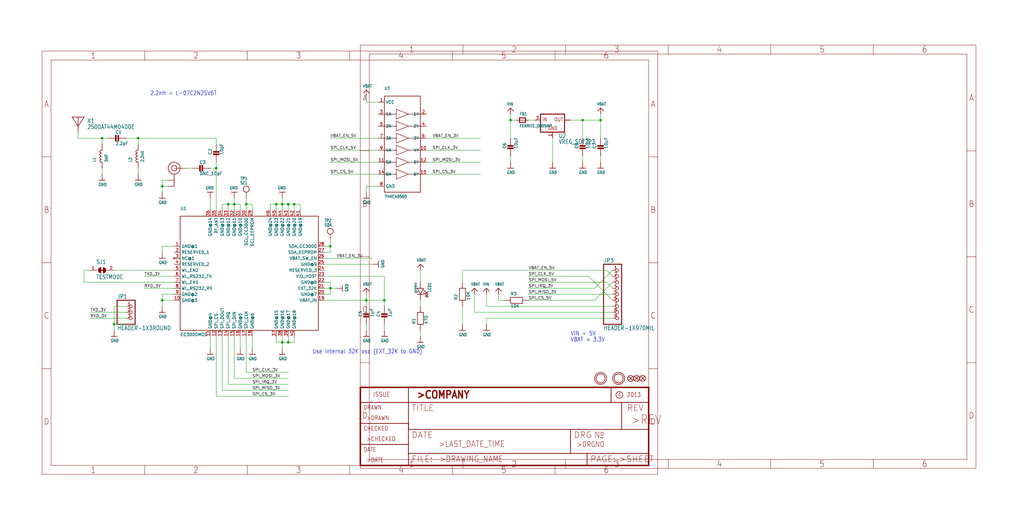
<source format=kicad_sch>
(kicad_sch (version 20211123) (generator eeschema)
  (paper "User" 433.07 220.421)
  (lib_symbols
    (symbol "eagleSchem-eagle-import:74HC4050D"
      (property "Reference" "U" (at -7.62 22.86 0))
      (property "Value" "74HC4050D" (at -7.62 -22.86 0))
      (symbol "74HC4050D_1_0"
        (pin bidirectional line (at -10.16 17.78 0) (length 2.54) (name "VCC") (number "1"))
        (pin bidirectional line (at 10.16 -2.54 180) (length 2.54) (name "4Y") (number "10"))
        (pin bidirectional line (at -10.16 -7.62 0) (length 2.54) (name "5A") (number "11"))
        (pin bidirectional line (at 10.16 -7.62 180) (length 2.54) (name "5Y") (number "12"))
        (pin bidirectional line (at -10.16 -12.7 0) (length 2.54) (name "6A") (number "14"))
        (pin bidirectional line (at 10.16 -12.7 180) (length 2.54) (name "6Y") (number "15"))
        (pin bidirectional line (at 10.16 12.7 180) (length 2.54) (name "1Y") (number "2"))
        (pin bidirectional line (at -10.16 12.7 0) (length 2.54) (name "1A") (number "3"))
        (pin bidirectional line (at 10.16 7.62 180) (length 2.54) (name "2Y") (number "4"))
        (pin bidirectional line (at -10.16 7.62 0) (length 2.54) (name "2A") (number "5"))
        (pin bidirectional line (at 10.16 2.54 180) (length 2.54) (name "3Y") (number "6"))
        (pin bidirectional line (at -10.16 2.54 0) (length 2.54) (name "3A") (number "7"))
        (pin bidirectional line (at -10.16 -17.78 0) (length 2.54) (name "GND") (number "8"))
        (pin bidirectional line (at -10.16 -2.54 0) (length 2.54) (name "4A") (number "9"))
      )
    )
    (symbol "eagleSchem-eagle-import:ANTENNA_JOHANSON_2500AT44M0400"
      (property "Reference" "X" (at 3.81 1.27 0))
      (property "Value" "ANTENNA_JOHANSON_2500AT44M0400" (at 3.81 -1.27 0))
      (symbol "ANTENNA_JOHANSON_2500AT44M0400_1_0"
        (pin passive line (at 0 -2.54 90) (length 2.54) (name "P$1") (number "FEED"))
      )
    )
    (symbol "eagleSchem-eagle-import:CAP_CERAMIC_0402"
      (property "Reference" "C" (at -1.79 0.54 90))
      (property "Value" "CAP_CERAMIC_0402" (at 3 0.54 90))
      (symbol "CAP_CERAMIC_0402_1_0"
        (pin passive line (at 0 5.08 270) (length 2.54) (name "1") (number "1"))
        (pin passive line (at 0 -2.54 90) (length 2.54) (name "2") (number "2"))
      )
    )
    (symbol "eagleSchem-eagle-import:CAP_CERAMIC_0805MP"
      (property "Reference" "C" (at -1.79 0.54 90))
      (property "Value" "CAP_CERAMIC_0805MP" (at 3 0.54 90))
      (symbol "CAP_CERAMIC_0805MP_1_0"
        (pin passive line (at 0 5.08 270) (length 2.54) (name "1") (number "1"))
        (pin passive line (at 0 -2.54 90) (length 2.54) (name "2") (number "2"))
      )
    )
    (symbol "eagleSchem-eagle-import:CC3000MOD"
      (property "Reference" "U" (at -30.48 25.4 0))
      (property "Value" "CC3000MOD" (at -30.48 -27.94 0))
      (symbol "CC3000MOD_1_0"
        (pin power_in line (at -33.02 10.16 0) (length 2.54) (name "GND@1") (number "1"))
        (pin power_in line (at -33.02 -12.7 0) (length 2.54) (name "GND@3") (number "10"))
        (pin power_in line (at -17.78 -27.94 90) (length 2.54) (name "GND@4") (number "11"))
        (pin input line (at -15.24 -27.94 90) (length 2.54) (name "SPI_CS") (number "12"))
        (pin output line (at -12.7 -27.94 90) (length 2.54) (name "SPI_DOUT") (number "13"))
        (pin output line (at -10.16 -27.94 90) (length 2.54) (name "SPI_IRQ") (number "14"))
        (pin input line (at -7.62 -27.94 90) (length 2.54) (name "SPI_DIN") (number "15"))
        (pin power_in line (at -5.08 -27.94 90) (length 2.54) (name "GND@5") (number "16"))
        (pin input line (at -2.54 -27.94 90) (length 2.54) (name "SPI_CLK") (number "17"))
        (pin power_in line (at 0 -27.94 90) (length 2.54) (name "GND@6") (number "18"))
        (pin power_in line (at 30.48 -12.7 180) (length 2.54) (name "VBAT_IN") (number "19"))
        (pin bidirectional line (at -33.02 7.62 0) (length 2.54) (name "RESERVED_1") (number "2"))
        (pin power_in line (at 30.48 -10.16 180) (length 2.54) (name "GND@7") (number "20"))
        (pin bidirectional line (at 30.48 -7.62 180) (length 2.54) (name "EXT_32K") (number "21"))
        (pin power_in line (at 30.48 -5.08 180) (length 2.54) (name "GND@8") (number "22"))
        (pin power_in line (at 30.48 -2.54 180) (length 2.54) (name "VIO_HOST") (number "23"))
        (pin bidirectional line (at 30.48 0 180) (length 2.54) (name "RESERVED_3") (number "24"))
        (pin power_in line (at 30.48 2.54 180) (length 2.54) (name "GND@9") (number "25"))
        (pin input line (at 30.48 5.08 180) (length 2.54) (name "VBAT_SW_EN") (number "26"))
        (pin bidirectional line (at 30.48 7.62 180) (length 2.54) (name "SDA_EEPROM") (number "27"))
        (pin bidirectional line (at 30.48 10.16 180) (length 2.54) (name "SDA_CC3000") (number "28"))
        (pin bidirectional line (at 0 25.4 270) (length 2.54) (name "SCL_EEPROM") (number "29"))
        (pin no_connect line (at -33.02 5.08 0) (length 2.54) (name "NC@1") (number "3"))
        (pin bidirectional line (at -2.54 25.4 270) (length 2.54) (name "SCL_CC3000") (number "30"))
        (pin power_in line (at -5.08 25.4 270) (length 2.54) (name "GND@10") (number "31"))
        (pin power_in line (at -7.62 25.4 270) (length 2.54) (name "GND@11") (number "32"))
        (pin power_in line (at -10.16 25.4 270) (length 2.54) (name "GND@12") (number "33"))
        (pin power_in line (at -12.7 25.4 270) (length 2.54) (name "GND@13") (number "34"))
        (pin bidirectional line (at -15.24 25.4 270) (length 2.54) (name "RF_ANT") (number "35"))
        (pin power_in line (at -17.78 25.4 270) (length 2.54) (name "GND@14") (number "36"))
        (pin power_in line (at 10.16 -27.94 90) (length 2.54) (name "GND@15") (number "37"))
        (pin power_in line (at 12.7 -27.94 90) (length 2.54) (name "GND@16") (number "38"))
        (pin power_in line (at 15.24 -27.94 90) (length 2.54) (name "GND@17") (number "39"))
        (pin bidirectional line (at -33.02 2.54 0) (length 2.54) (name "RESERVED_2") (number "4"))
        (pin power_in line (at 17.78 -27.94 90) (length 2.54) (name "GND@18") (number "40"))
        (pin power_in line (at 20.32 25.4 270) (length 2.54) (name "GND@19") (number "41"))
        (pin power_in line (at 17.78 25.4 270) (length 2.54) (name "GND@20") (number "42"))
        (pin power_in line (at 15.24 25.4 270) (length 2.54) (name "GND@21") (number "43"))
        (pin power_in line (at 12.7 25.4 270) (length 2.54) (name "GND@22") (number "44"))
        (pin power_in line (at 10.16 25.4 270) (length 2.54) (name "GND@23") (number "45"))
        (pin power_in line (at 7.62 25.4 270) (length 2.54) (name "GND@24") (number "46"))
        (pin input line (at -33.02 0 0) (length 2.54) (name "WL_EN2") (number "5"))
        (pin output line (at -33.02 -2.54 0) (length 2.54) (name "WL_RS232_TX") (number "6"))
        (pin input line (at -33.02 -5.08 0) (length 2.54) (name "WL_EN1") (number "7"))
        (pin input line (at -33.02 -7.62 0) (length 2.54) (name "WL_RS232_RX") (number "8"))
        (pin power_in line (at -33.02 -10.16 0) (length 2.54) (name "GND@2") (number "9"))
      )
    )
    (symbol "eagleSchem-eagle-import:FERRITE_0805MP"
      (property "Reference" "FB" (at -1.27 1.905 0))
      (property "Value" "FERRITE_0805MP" (at -1.27 -3.175 0))
      (symbol "FERRITE_0805MP_1_0"
        (pin passive line (at -2.54 0 0) (length 2.54) (name "P$1") (number "1"))
        (pin passive line (at 2.54 0 180) (length 2.54) (name "P$2") (number "2"))
      )
    )
    (symbol "eagleSchem-eagle-import:FIDUCIAL{dblquote}{dblquote}")
    (symbol "eagleSchem-eagle-import:FRAME_A4"
      (symbol "FRAME_A4_0_0"
        (text "1" (at 21.6958 1.905 0) (effects (font (size 2.54 2.286))))
        (text "1" (at 21.6958 177.165 0) (effects (font (size 2.54 2.286))))
        (text "2" (at 65.0875 1.905 0) (effects (font (size 2.54 2.286))))
        (text "2" (at 65.0875 177.165 0) (effects (font (size 2.54 2.286))))
        (text "3" (at 108.4792 1.905 0) (effects (font (size 2.54 2.286))))
        (text "3" (at 108.4792 177.165 0) (effects (font (size 2.54 2.286))))
        (text "4" (at 151.8708 1.905 0) (effects (font (size 2.54 2.286))))
        (text "4" (at 151.8708 177.165 0) (effects (font (size 2.54 2.286))))
        (text "5" (at 195.2625 1.905 0) (effects (font (size 2.54 2.286))))
        (text "5" (at 195.2625 177.165 0) (effects (font (size 2.54 2.286))))
        (text "6" (at 238.6542 1.905 0) (effects (font (size 2.54 2.286))))
        (text "6" (at 238.6542 177.165 0) (effects (font (size 2.54 2.286))))
        (text "A" (at 1.905 156.6863 0) (effects (font (size 2.54 2.286))))
        (text "A" (at 258.445 156.6863 0) (effects (font (size 2.54 2.286))))
        (text "B" (at 1.905 111.9188 0) (effects (font (size 2.54 2.286))))
        (text "B" (at 258.445 111.9188 0) (effects (font (size 2.54 2.286))))
        (text "C" (at 1.905 67.1513 0) (effects (font (size 2.54 2.286))))
        (text "C" (at 258.445 67.1513 0) (effects (font (size 2.54 2.286))))
        (text "D" (at 1.905 22.3838 0) (effects (font (size 2.54 2.286))))
        (text "D" (at 258.445 22.3838 0) (effects (font (size 2.54 2.286))))
      )
      (symbol "FRAME_A4_2_0"
        (text "PART OR WHOLE IS STRICTLY PROHIBITED WITHOUT WRITTEN PERMISSION!" (at 3.81 -5.08 0) (effects (font (size 1.27 1.0795)) (justify left bottom)))
        (text "PROPRIETARY" (at 3.81 -10.16 0) (effects (font (size 2.54 2.159) (thickness 0.4318) bold) (justify left bottom)))
        (text "THIS DRAWING CONTAINS CONFIDENTIAL INFORMATION. ANY REPRODUCTION IN" (at 3.81 -2.794 0) (effects (font (size 1.27 1.0795)) (justify left bottom)))
      )
      (symbol "FRAME_A4_3_0"
        (text "2013" (at 112.7125 30.1625 0) (effects (font (size 1.778 1.5113)) (justify left bottom)))
        (text ">CHECKED" (at 2.54 11.43 0) (effects (font (size 1.778 1.5113)) (justify left bottom)))
        (text ">COMPANY" (at 23.6538 29.3687 0) (effects (font (size 3.175 2.6987) (thickness 0.5397) bold) (justify left bottom)))
        (text ">DATE" (at 2.54 2.54 0) (effects (font (size 1.778 1.5113)) (justify left bottom)))
        (text ">DRAWING_NAME" (at 33.3375 2.54 0) (effects (font (size 2.54 2.159)) (justify left bottom)))
        (text ">DRAWN" (at 2.54 20.32 0) (effects (font (size 1.778 1.5113)) (justify left bottom)))
        (text ">DRGNO" (at 91.44 8.89 0) (effects (font (size 2.1844 1.8567)) (justify left bottom)))
        (text ">LAST_DATE_TIME" (at 33.02 8.89 0) (effects (font (size 2.54 2.159)) (justify left bottom)))
        (text ">REV" (at 114.3 18.415 0) (effects (font (size 3.81 3.2385)) (justify left bottom)))
        (text ">SHEET" (at 109.22 2.54 0) (effects (font (size 2.54 2.54)) (justify left bottom)))
        (text "C" (at 109.0612 30.48 0) (effects (font (size 1.27 1.0795)) (justify left bottom)))
        (text "CHECKED" (at 1.27 15.875 0) (effects (font (size 1.778 1.5113)) (justify left bottom)))
        (text "DATE" (at 1.27 6.985 0) (effects (font (size 1.778 1.5113)) (justify left bottom)))
        (text "DATE" (at 21.59 12.7 0) (effects (font (size 2.54 2.54)) (justify left bottom)))
        (text "DRAWN" (at 1.27 24.765 0) (effects (font (size 1.778 1.5113)) (justify left bottom)))
        (text "DRG" (at 90.17 12.7 0) (effects (font (size 2.54 2.54)) (justify left bottom)))
        (text "FILE:" (at 21.59 2.54 0) (effects (font (size 2.54 2.54)) (justify left bottom)))
        (text "ISSUE" (at 5.3975 30.1625 0) (effects (font (size 1.9304 1.6408)) (justify left bottom)))
        (text "N" (at 98.7425 12.7 0) (effects (font (size 2.54 2.54)) (justify left bottom)))
        (text "o" (at 101.2825 13.6525 0) (effects (font (size 2.1844 1.8567)) (justify left bottom)))
        (text "PAGE:" (at 97.155 2.54 0) (effects (font (size 2.54 2.54)) (justify left bottom)))
        (text "REV" (at 112.7125 24.13 0) (effects (font (size 2.54 2.54)) (justify left bottom)))
        (text "TITLE" (at 21.59 24.13 0) (effects (font (size 2.54 2.54)) (justify left bottom)))
      )
    )
    (symbol "eagleSchem-eagle-import:GND" (power)
      (property "Value" "GND" (at -1.524 -2.54 0))
      (symbol "GND_1_0"
        (pin power_in line (at 0 2.54 270) (length 2.54) (name "GND") (number "1"))
      )
    )
    (symbol "eagleSchem-eagle-import:HEADER-1X3ROUND"
      (property "Reference" "JP" (at -6.35 5.715 0))
      (property "Value" "HEADER-1X3ROUND" (at -6.35 -7.62 0))
      (symbol "HEADER-1X3ROUND_1_0"
        (pin passive inverted (at -2.54 2.54 0) (length 2.54) (name "1") (number "1"))
        (pin passive inverted (at -2.54 0 0) (length 2.54) (name "2") (number "2"))
        (pin passive inverted (at -2.54 -2.54 0) (length 2.54) (name "3") (number "3"))
      )
    )
    (symbol "eagleSchem-eagle-import:HEADER-1X970MIL"
      (property "Reference" "JP" (at -6.35 13.335 0))
      (property "Value" "HEADER-1X970MIL" (at -6.35 -15.24 0))
      (symbol "HEADER-1X970MIL_1_0"
        (pin passive inverted (at -2.54 10.16 0) (length 2.54) (name "1") (number "1"))
        (pin passive inverted (at -2.54 7.62 0) (length 2.54) (name "2") (number "2"))
        (pin passive inverted (at -2.54 5.08 0) (length 2.54) (name "3") (number "3"))
        (pin passive inverted (at -2.54 2.54 0) (length 2.54) (name "4") (number "4"))
        (pin passive inverted (at -2.54 0 0) (length 2.54) (name "5") (number "5"))
        (pin passive inverted (at -2.54 -2.54 0) (length 2.54) (name "6") (number "6"))
        (pin passive inverted (at -2.54 -5.08 0) (length 2.54) (name "7") (number "7"))
        (pin passive inverted (at -2.54 -7.62 0) (length 2.54) (name "8") (number "8"))
        (pin passive inverted (at -2.54 -10.16 0) (length 2.54) (name "9") (number "9"))
      )
    )
    (symbol "eagleSchem-eagle-import:INDUCTOR_0402"
      (property "Reference" "L" (at -2.54 2.54 0))
      (property "Value" "INDUCTOR_0402" (at -2.54 -2.54 0))
      (symbol "INDUCTOR_0402_1_0"
        (pin passive line (at -5.08 0 0) (length 2.54) (name "1") (number "1"))
        (pin passive line (at 5.08 0 180) (length 2.54) (name "2") (number "2"))
      )
    )
    (symbol "eagleSchem-eagle-import:LED0805_NOOUTLINE"
      (property "Reference" "LED" (at -5.08 3.175 0))
      (property "Value" "LED0805_NOOUTLINE" (at -5.08 -2.794 0))
      (symbol "LED0805_NOOUTLINE_1_0"
        (pin passive line (at -5.08 0 0) (length 2.54) (name "A") (number "A"))
        (pin passive line (at 2.54 0 180) (length 2.54) (name "C") (number "C"))
      )
    )
    (symbol "eagleSchem-eagle-import:MOUNTINGHOLE2.5")
    (symbol "eagleSchem-eagle-import:RESISTOR0805_NOOUTLINE"
      (property "Reference" "R" (at -2.54 2.032 0))
      (property "Value" "RESISTOR0805_NOOUTLINE" (at -2.54 -3.175 0))
      (symbol "RESISTOR0805_NOOUTLINE_1_0"
        (pin passive line (at -5.08 0 0) (length 2.54) (name "1") (number "1"))
        (pin passive line (at 5.08 0 180) (length 2.54) (name "2") (number "2"))
      )
    )
    (symbol "eagleSchem-eagle-import:RESISTOR_0805MP"
      (property "Reference" "R" (at -2.54 2.032 0))
      (property "Value" "RESISTOR_0805MP" (at -2.54 -3.175 0))
      (symbol "RESISTOR_0805MP_1_0"
        (pin passive line (at -5.08 0 0) (length 2.54) (name "1") (number "1"))
        (pin passive line (at 5.08 0 180) (length 2.54) (name "2") (number "2"))
      )
    )
    (symbol "eagleSchem-eagle-import:SOLDERJUMPER_CLOSED"
      (property "Reference" "SJ" (at -2.54 2.54 0))
      (property "Value" "SOLDERJUMPER_CLOSED" (at -2.54 -3.81 0))
      (symbol "SOLDERJUMPER_CLOSED_1_0"
        (pin passive line (at -5.08 0 0) (length 2.54) (name "1") (number "1"))
        (pin passive line (at 5.08 0 180) (length 2.54) (name "2") (number "2"))
      )
    )
    (symbol "eagleSchem-eagle-import:TESTPOINTPAD1MM"
      (property "Reference" "TP" (at -2.54 7.62 0))
      (property "Value" "TESTPOINTPAD1MM" (at -2.54 5.715 0))
      (symbol "TESTPOINTPAD1MM_1_0"
        (pin bidirectional line (at 0 0 90) (length 2.54) (name "P$1") (number "P$1"))
      )
    )
    (symbol "eagleSchem-eagle-import:U.FL"
      (symbol "U.FL_1_0"
        (pin bidirectional line (at -2.54 -5.08 0) (length 2.54) (name "GND@0") (number "P$1"))
        (pin bidirectional line (at -2.54 -7.62 0) (length 2.54) (name "GND@1") (number "P$2"))
        (pin bidirectional line (at 5.08 0 180) (length 5.08) (name "SIGNAL") (number "P$3"))
      )
    )
    (symbol "eagleSchem-eagle-import:VBAT" (power)
      (property "Value" "VBAT" (at -1.524 1.016 0))
      (symbol "VBAT_1_0"
        (pin power_in line (at 0 -2.54 90) (length 2.54) (name "VBAT") (number "1"))
      )
    )
    (symbol "eagleSchem-eagle-import:VIN" (power)
      (property "Value" "VIN" (at -1.524 1.016 0))
      (symbol "VIN_1_0"
        (pin power_in line (at 0 -2.54 90) (length 2.54) (name "VIN") (number "1"))
      )
    )
    (symbol "eagleSchem-eagle-import:VREG_SOT223"
      (property "Reference" "U" (at 2.54 -5.08 0))
      (property "Value" "VREG_SOT223" (at 2.54 -7.62 0))
      (symbol "VREG_SOT223_1_0"
        (text "GND" (at -2.032 -1.778 0) (effects (font (size 1.524 1.2954)) (justify left bottom)))
        (text "IN" (at -4.445 1.905 0) (effects (font (size 1.524 1.2954)) (justify left bottom)))
        (text "OUT" (at 0.635 1.905 0) (effects (font (size 1.524 1.2954)) (justify left bottom)))
        (pin power_in line (at 0 -5.08 90) (length 2.54) (name "GND") (number "1"))
        (pin power_in line (at 7.62 2.54 180) (length 2.54) (name "OUT") (number "2"))
        (pin power_in line (at -7.62 2.54 0) (length 2.54) (name "IN") (number "3"))
        (pin power_in line (at 7.62 2.54 180) (length 2.54) (name "OUT") (number "4"))
      )
    )
  )
  (junction (at 254 50.8))
  (junction (at 119.38 86.36))
  (junction (at 246.38 50.8))
  (junction (at 116.84 86.36))
  (junction (at 139.7 121.92))
  (junction (at 124.46 86.36))
  (junction (at 139.7 104.14))
  (junction (at 48.26 137.16))
  (junction (at 121.92 144.78))
  (junction (at 119.38 144.78))
  (junction (at 96.52 86.36))
  (junction (at 68.58 127))
  (junction (at 104.14 86.36))
  (junction (at 99.06 86.36))
  (junction (at 121.92 86.36))
  (junction (at 58.42 58.42))
  (junction (at 43.18 58.42))
  (junction (at 68.58 78.74))
  (junction (at 215.9 50.8))
  (junction (at 91.44 71.12))
  (junction (at 154.94 127))
  (junction (at 162.56 127))
  (wire (pts (xy 154.94 137.16) (xy 154.94 139.7)))
  (wire (pts (xy 81.28 71.12) (xy 78.74 71.12)))
  (wire (pts (xy 177.8 119.38) (xy 177.8 114.3)))
  (wire (pts (xy 99.06 160.02) (xy 121.92 160.02)))
  (wire (pts (xy 35.56 119.38) (xy 35.56 114.3)))
  (wire (pts (xy 139.7 106.68) (xy 139.7 104.14)))
  (wire (pts (xy 142.24 121.92) (xy 139.7 121.92)))
  (wire (pts (xy 68.58 76.2) (xy 68.58 78.74)))
  (wire (pts (xy 116.84 144.78) (xy 119.38 144.78)))
  (wire (pts (xy 104.14 157.48) (xy 121.92 157.48)))
  (wire (pts (xy 96.52 88.9) (xy 96.52 86.36)))
  (wire (pts (xy 154.94 127) (xy 154.94 124.46)))
  (wire (pts (xy 119.38 86.36) (xy 119.38 83.82)))
  (wire (pts (xy 223.52 121.92) (xy 251.46 121.92)))
  (wire (pts (xy 137.16 109.22) (xy 157.48 109.22)))
  (wire (pts (xy 96.52 86.36) (xy 99.06 86.36)))
  (wire (pts (xy 154.94 127) (xy 154.94 129.54)))
  (wire (pts (xy 124.46 88.9) (xy 124.46 86.36)))
  (wire (pts (xy 139.7 124.46) (xy 137.16 124.46)))
  (wire (pts (xy 256.54 119.38) (xy 223.52 119.38)))
  (wire (pts (xy 116.84 142.24) (xy 116.84 144.78)))
  (wire (pts (xy 177.8 129.54) (xy 177.8 127)))
  (wire (pts (xy 248.92 116.84) (xy 259.08 127)))
  (wire (pts (xy 58.42 73.66) (xy 58.42 71.12)))
  (wire (pts (xy 124.46 86.36) (xy 127 86.36)))
  (wire (pts (xy 101.6 86.36) (xy 101.6 88.9)))
  (wire (pts (xy 91.44 58.42) (xy 91.44 60.96)))
  (wire (pts (xy 213.36 127) (xy 210.82 127)))
  (wire (pts (xy 96.52 142.24) (xy 96.52 162.56)))
  (wire (pts (xy 121.92 144.78) (xy 124.46 144.78)))
  (wire (pts (xy 241.3 50.8) (xy 246.38 50.8)))
  (wire (pts (xy 200.66 132.08) (xy 200.66 124.46)))
  (wire (pts (xy 119.38 88.9) (xy 119.38 86.36)))
  (wire (pts (xy 195.58 129.54) (xy 195.58 137.16)))
  (wire (pts (xy 73.66 121.92) (xy 60.96 121.92)))
  (wire (pts (xy 53.34 58.42) (xy 58.42 58.42)))
  (wire (pts (xy 205.74 134.62) (xy 205.74 137.16)))
  (wire (pts (xy 215.9 66.04) (xy 215.9 68.58)))
  (wire (pts (xy 226.06 50.8) (xy 223.52 50.8)))
  (wire (pts (xy 251.46 121.92) (xy 259.08 114.3)))
  (wire (pts (xy 48.26 137.16) (xy 48.26 139.7)))
  (wire (pts (xy 162.56 116.84) (xy 162.56 127)))
  (wire (pts (xy 73.66 127) (xy 68.58 127)))
  (wire (pts (xy 45.72 58.42) (xy 43.18 58.42)))
  (wire (pts (xy 48.26 137.16) (xy 48.26 129.54)))
  (wire (pts (xy 180.34 63.5) (xy 203.2 63.5)))
  (wire (pts (xy 256.54 114.3) (xy 195.58 114.3)))
  (wire (pts (xy 58.42 58.42) (xy 91.44 58.42)))
  (wire (pts (xy 251.46 127) (xy 259.08 119.38)))
  (wire (pts (xy 88.9 71.12) (xy 91.44 71.12)))
  (wire (pts (xy 71.12 78.74) (xy 68.58 78.74)))
  (wire (pts (xy 58.42 58.42) (xy 58.42 60.96)))
  (wire (pts (xy 71.12 76.2) (xy 68.58 76.2)))
  (wire (pts (xy 121.92 86.36) (xy 124.46 86.36)))
  (wire (pts (xy 88.9 88.9) (xy 88.9 83.82)))
  (wire (pts (xy 35.56 114.3) (xy 38.1 114.3)))
  (wire (pts (xy 137.16 106.68) (xy 139.7 106.68)))
  (wire (pts (xy 68.58 127) (xy 68.58 129.54)))
  (wire (pts (xy 73.66 124.46) (xy 68.58 124.46)))
  (wire (pts (xy 223.52 124.46) (xy 259.08 124.46)))
  (wire (pts (xy 160.02 73.66) (xy 139.7 73.66)))
  (wire (pts (xy 43.18 58.42) (xy 33.02 58.42)))
  (wire (pts (xy 210.82 127) (xy 210.82 124.46)))
  (wire (pts (xy 256.54 119.38) (xy 259.08 121.92)))
  (wire (pts (xy 121.92 142.24) (xy 121.92 144.78)))
  (wire (pts (xy 73.66 119.38) (xy 35.56 119.38)))
  (wire (pts (xy 256.54 114.3) (xy 259.08 116.84)))
  (wire (pts (xy 91.44 142.24) (xy 91.44 167.64)))
  (wire (pts (xy 259.08 134.62) (xy 205.74 134.62)))
  (wire (pts (xy 33.02 58.42) (xy 33.02 55.88)))
  (wire (pts (xy 259.08 129.54) (xy 205.74 129.54)))
  (wire (pts (xy 99.06 142.24) (xy 99.06 160.02)))
  (wire (pts (xy 180.34 58.42) (xy 203.2 58.42)))
  (wire (pts (xy 68.58 104.14) (xy 68.58 106.68)))
  (wire (pts (xy 93.98 88.9) (xy 93.98 86.36)))
  (wire (pts (xy 246.38 66.04) (xy 246.38 68.58)))
  (wire (pts (xy 215.9 50.8) (xy 215.9 48.26)))
  (wire (pts (xy 160.02 43.18) (xy 154.94 43.18)))
  (wire (pts (xy 254 50.8) (xy 254 48.26)))
  (wire (pts (xy 160.02 63.5) (xy 139.7 63.5)))
  (wire (pts (xy 124.46 144.78) (xy 124.46 142.24)))
  (wire (pts (xy 99.06 83.82) (xy 99.06 86.36)))
  (wire (pts (xy 121.92 88.9) (xy 121.92 86.36)))
  (wire (pts (xy 73.66 116.84) (xy 60.96 116.84)))
  (wire (pts (xy 160.02 68.58) (xy 139.7 68.58)))
  (wire (pts (xy 215.9 50.8) (xy 215.9 58.42)))
  (wire (pts (xy 73.66 114.3) (xy 48.26 114.3)))
  (wire (pts (xy 160.02 78.74) (xy 154.94 78.74)))
  (wire (pts (xy 251.46 127) (xy 223.52 127)))
  (wire (pts (xy 104.14 86.36) (xy 104.14 83.82)))
  (wire (pts (xy 259.08 132.08) (xy 200.66 132.08)))
  (wire (pts (xy 180.34 73.66) (xy 203.2 73.66)))
  (wire (pts (xy 139.7 121.92) (xy 139.7 124.46)))
  (wire (pts (xy 154.94 127) (xy 162.56 127)))
  (wire (pts (xy 93.98 165.1) (xy 121.92 165.1)))
  (wire (pts (xy 116.84 88.9) (xy 116.84 86.36)))
  (wire (pts (xy 254 50.8) (xy 254 58.42)))
  (wire (pts (xy 154.94 78.74) (xy 154.94 81.28)))
  (wire (pts (xy 137.16 119.38) (xy 139.7 119.38)))
  (wire (pts (xy 68.58 78.74) (xy 68.58 81.28)))
  (wire (pts (xy 180.34 68.58) (xy 203.2 68.58)))
  (wire (pts (xy 177.8 142.24) (xy 177.8 139.7)))
  (wire (pts (xy 116.84 86.36) (xy 119.38 86.36)))
  (wire (pts (xy 53.34 134.62) (xy 38.1 134.62)))
  (wire (pts (xy 119.38 86.36) (xy 121.92 86.36)))
  (wire (pts (xy 139.7 119.38) (xy 139.7 121.92)))
  (wire (pts (xy 154.94 43.18) (xy 154.94 40.64)))
  (wire (pts (xy 99.06 88.9) (xy 99.06 86.36)))
  (wire (pts (xy 43.18 73.66) (xy 43.18 71.12)))
  (wire (pts (xy 99.06 86.36) (xy 101.6 86.36)))
  (wire (pts (xy 162.56 127) (xy 162.56 129.54)))
  (wire (pts (xy 68.58 124.46) (xy 68.58 127)))
  (wire (pts (xy 91.44 88.9) (xy 91.44 71.12)))
  (wire (pts (xy 88.9 142.24) (xy 88.9 147.32)))
  (wire (pts (xy 137.16 116.84) (xy 162.56 116.84)))
  (wire (pts (xy 114.3 86.36) (xy 116.84 86.36)))
  (wire (pts (xy 106.68 88.9) (xy 106.68 86.36)))
  (wire (pts (xy 137.16 127) (xy 154.94 127)))
  (wire (pts (xy 127 86.36) (xy 127 88.9)))
  (wire (pts (xy 195.58 114.3) (xy 195.58 119.38)))
  (wire (pts (xy 114.3 88.9) (xy 114.3 86.36)))
  (wire (pts (xy 162.56 137.16) (xy 162.56 139.7)))
  (wire (pts (xy 119.38 142.24) (xy 119.38 144.78)))
  (wire (pts (xy 233.68 58.42) (xy 233.68 68.58)))
  (wire (pts (xy 137.16 111.76) (xy 157.48 111.76)))
  (wire (pts (xy 106.68 142.24) (xy 106.68 147.32)))
  (wire (pts (xy 218.44 50.8) (xy 215.9 50.8)))
  (wire (pts (xy 248.92 116.84) (xy 223.52 116.84)))
  (wire (pts (xy 91.44 167.64) (xy 121.92 167.64)))
  (wire (pts (xy 119.38 144.78) (xy 121.92 144.78)))
  (wire (pts (xy 160.02 58.42) (xy 139.7 58.42)))
  (wire (pts (xy 106.68 86.36) (xy 104.14 86.36)))
  (wire (pts (xy 246.38 50.8) (xy 254 50.8)))
  (wire (pts (xy 93.98 142.24) (xy 93.98 165.1)))
  (wire (pts (xy 48.26 129.54) (xy 53.34 129.54)))
  (wire (pts (xy 96.52 162.56) (xy 121.92 162.56)))
  (wire (pts (xy 205.74 129.54) (xy 205.74 124.46)))
  (wire (pts (xy 43.18 60.96) (xy 43.18 58.42)))
  (wire (pts (xy 139.7 104.14) (xy 139.7 101.6)))
  (wire (pts (xy 53.34 137.16) (xy 48.26 137.16)))
  (wire (pts (xy 93.98 86.36) (xy 96.52 86.36)))
  (wire (pts (xy 104.14 88.9) (xy 104.14 86.36)))
  (wire (pts (xy 73.66 104.14) (xy 68.58 104.14)))
  (wire (pts (xy 137.16 121.92) (xy 139.7 121.92)))
  (wire (pts (xy 119.38 144.78) (xy 119.38 147.32)))
  (wire (pts (xy 104.14 142.24) (xy 104.14 157.48)))
  (wire (pts (xy 53.34 132.08) (xy 38.1 132.08)))
  (wire (pts (xy 91.44 68.58) (xy 91.44 71.12)))
  (wire (pts (xy 101.6 142.24) (xy 101.6 147.32)))
  (wire (pts (xy 246.38 58.42) (xy 246.38 50.8)))
  (wire (pts (xy 137.16 104.14) (xy 139.7 104.14)))
  (wire (pts (xy 254 66.04) (xy 254 68.58)))
  (text "Use internal 32K osc (EXT_32K to GND)" (at 132.08 149.86 180) (effects (font (size 1.778 1.5113)) (justify left bottom)))
  (text "2.2nH = L-07C2N2SV6T" (at 63.5 40.64 180) (effects (font (size 1.778 1.5113)) (justify left bottom)))
  (text "VBAT = 3.3V" (at 241.3 144.78 180) (effects (font (size 1.778 1.5113)) (justify left bottom)))
  (text "VIN = 5V" (at 241.3 142.24 180) (effects (font (size 1.778 1.5113)) (justify left bottom)))
  (label "VBAT_EN_5V" (at 223.52 114.3 0) (effects (font (size 1.2446 1.2446))))
  (label "RXD_3V" (at 38.1 134.62 0) (effects (font (size 1.2446 1.2446))))
  (label "RXD_3V" (at 60.96 121.92 0) (effects (font (size 1.2446 1.2446))))
  (label "SPI_MOSI_3V" (at 182.88 68.58 0) (effects (font (size 1.2446 1.2446))))
  (label "VBAT_EN_3V" (at 142.24 109.22 0) (effects (font (size 1.2446 1.2446))))
  (label "SPI_MOSI_5V" (at 223.52 119.38 0) (effects (font (size 1.2446 1.2446))))
  (label "SPI_MOSI_3V" (at 106.68 160.02 0) (effects (font (size 1.2446 1.2446))))
  (label "SPI_MISO_3V" (at 106.68 165.1 0) (effects (font (size 1.2446 1.2446))))
  (label "SPI_CLK_5V" (at 139.7 63.5 0) (effects (font (size 1.2446 1.2446))))
  (label "SPI_CS_3V" (at 106.68 167.64 0) (effects (font (size 1.2446 1.2446))))
  (label "VBAT_EN_5V" (at 139.7 58.42 0) (effects (font (size 1.2446 1.2446))))
  (label "SPI_IRQ_3V" (at 223.52 121.92 0) (effects (font (size 1.2446 1.2446))))
  (label "SPI_CS_3V" (at 182.88 73.66 0) (effects (font (size 1.2446 1.2446))))
  (label "VBAT_EN_3V" (at 182.88 58.42 0) (effects (font (size 1.2446 1.2446))))
  (label "TXD_3V" (at 38.1 132.08 0) (effects (font (size 1.2446 1.2446))))
  (label "SPI_CS_5V" (at 139.7 73.66 0) (effects (font (size 1.2446 1.2446))))
  (label "TXD_3V" (at 60.96 116.84 0) (effects (font (size 1.2446 1.2446))))
  (label "SPI_CLK_5V" (at 223.52 116.84 0) (effects (font (size 1.2446 1.2446))))
  (label "SPI_MOSI_5V" (at 139.7 68.58 0) (effects (font (size 1.2446 1.2446))))
  (label "SPI_IRQ_3V" (at 106.68 162.56 0) (effects (font (size 1.2446 1.2446))))
  (label "SPI_CLK_3V" (at 182.88 63.5 0) (effects (font (size 1.2446 1.2446))))
  (label "SPI_MISO_3V" (at 223.52 124.46 0) (effects (font (size 1.2446 1.2446))))
  (label "SPI_CLK_3V" (at 106.68 157.48 0) (effects (font (size 1.2446 1.2446))))
  (label "SPI_CS_5V" (at 223.52 127 0) (effects (font (size 1.2446 1.2446))))
  (symbol (lib_id "eagleSchem-eagle-import:FRAME_A4") (at 17.78 200.66 0) (unit 1)
    (property "Reference" "#FRAME1" (effects hide))
    (property "Value" "FRAME_A4" (effects hide))
    (property "Footprint" "eagleSchem:" (effects hide))
  )
  (symbol (lib_id "eagleSchem-eagle-import:MOUNTINGHOLE2.5") (at 261.62 160.02 0) (unit 1)
    (property "Reference" "U$24" (effects hide))
    (property "Value" "MOUNTINGHOLE2.5" (effects hide))
    (property "Footprint" "eagleSchem:MOUNTINGHOLE_2.5_PLATED" (effects hide))
  )
  (symbol (lib_id "eagleSchem-eagle-import:CAP_CERAMIC_0805MP") (at 154.94 134.62 0) (unit 1)
    (property "Reference" "C5" (at 153.15 134.08 90) (effects (justify left bottom)))
    (property "Value" "1µF" (at 157.94 134.08 90) (effects (justify left bottom)))
    (property "Footprint" "eagleSchem:_0805MP" (effects hide))
  )
  (symbol (lib_id "eagleSchem-eagle-import:CAP_CERAMIC_0805MP") (at 254 63.5 0) (unit 1)
    (property "Reference" "C7" (at 252.21 62.96 90) (effects (justify left bottom)))
    (property "Value" "10µF" (at 257 62.96 90) (effects (justify left bottom)))
    (property "Footprint" "eagleSchem:_0805MP" (effects hide))
  )
  (symbol (lib_id "eagleSchem-eagle-import:FIDUCIAL{dblquote}{dblquote}") (at 266.7 160.02 0) (unit 1)
    (property "Reference" "FID2" (effects hide))
    (property "Value" "FIDUCIAL{dblquote}{dblquote}" (effects hide))
    (property "Footprint" "eagleSchem:FIDUCIAL_1MM" (effects hide))
  )
  (symbol (lib_id "eagleSchem-eagle-import:GND") (at 43.18 76.2 0) (unit 1)
    (property "Reference" "#U$1" (effects hide))
    (property "Value" "GND" (at 41.656 78.74 0) (effects (font (size 1.27 1.0795)) (justify left bottom)))
    (property "Footprint" "eagleSchem:" (effects hide))
  )
  (symbol (lib_id "eagleSchem-eagle-import:U.FL") (at 73.66 71.12 0) (unit 1)
    (property "Reference" "U$35" (effects hide))
    (property "Value" "U.FL" (effects hide))
    (property "Footprint" "eagleSchem:U.FL" (effects hide))
  )
  (symbol (lib_id "eagleSchem-eagle-import:GND") (at 195.58 139.7 0) (unit 1)
    (property "Reference" "#U$14" (effects hide))
    (property "Value" "GND" (at 194.056 142.24 0) (effects (font (size 1.27 1.0795)) (justify left bottom)))
    (property "Footprint" "eagleSchem:" (effects hide))
  )
  (symbol (lib_id "eagleSchem-eagle-import:VIN") (at 215.9 45.72 0) (unit 1)
    (property "Reference" "#U$25" (effects hide))
    (property "Value" "VIN" (at 214.376 44.704 0) (effects (font (size 1.27 1.0795)) (justify left bottom)))
    (property "Footprint" "eagleSchem:" (effects hide))
  )
  (symbol (lib_id "eagleSchem-eagle-import:FIDUCIAL{dblquote}{dblquote}") (at 269.24 160.02 0) (unit 1)
    (property "Reference" "FID3" (effects hide))
    (property "Value" "FIDUCIAL{dblquote}{dblquote}" (effects hide))
    (property "Footprint" "eagleSchem:FIDUCIAL_1MM" (effects hide))
    (property "Value" "FIDUCIAL{dblquote}{dblquote}" (effects hide))
  )
  (symbol (lib_id "eagleSchem-eagle-import:GND") (at 119.38 149.86 0) (unit 1)
    (property "Reference" "#U$7" (effects hide))
    (property "Value" "GND" (at 117.856 152.4 0) (effects (font (size 1.27 1.0795)) (justify left bottom)))
    (property "Footprint" "eagleSchem:" (effects hide))
  )
  (symbol (lib_id "eagleSchem-eagle-import:INDUCTOR_0402") (at 58.42 66.04 90) (unit 1)
    (property "Reference" "L2" (at 55.88 68.58 0) (effects (font (size 1.27 1.0795)) (justify left bottom)))
    (property "Value" "2.2nH" (at 60.96 68.58 0) (effects (font (size 1.27 1.0795)) (justify left bottom)))
    (property "Footprint" "eagleSchem:_0402" (effects hide))
  )
  (symbol (lib_id "eagleSchem-eagle-import:GND") (at 154.94 142.24 0) (unit 1)
    (property "Reference" "#U$10" (effects hide))
    (property "Value" "GND" (at 153.416 144.78 0) (effects (font (size 1.27 1.0795)) (justify left bottom)))
    (property "Footprint" "eagleSchem:" (effects hide))
  )
  (symbol (lib_id "eagleSchem-eagle-import:ANTENNA_JOHANSON_2500AT44M0400") (at 33.02 53.34 0) (unit 1)
    (property "Reference" "X1" (at 36.83 52.07 0) (effects (font (size 1.778 1.5113)) (justify left bottom)))
    (property "Value" "2500AT44M0400E" (at 36.83 54.61 0) (effects (font (size 1.778 1.5113)) (justify left bottom)))
    (property "Footprint" "eagleSchem:ANT_2500AT44M0400" (effects hide))
  )
  (symbol (lib_id "eagleSchem-eagle-import:GND") (at 246.38 71.12 0) (unit 1)
    (property "Reference" "#U$29" (effects hide))
    (property "Value" "GND" (at 244.856 73.66 0) (effects (font (size 1.27 1.0795)) (justify left bottom)))
    (property "Footprint" "eagleSchem:" (effects hide))
  )
  (symbol (lib_id "eagleSchem-eagle-import:GND") (at 215.9 71.12 0) (unit 1)
    (property "Reference" "#U$27" (effects hide))
    (property "Value" "GND" (at 214.376 73.66 0) (effects (font (size 1.27 1.0795)) (justify left bottom)))
    (property "Footprint" "eagleSchem:" (effects hide))
  )
  (symbol (lib_id "eagleSchem-eagle-import:GND") (at 160.02 111.76 90) (unit 1)
    (property "Reference" "#U$13" (effects hide))
    (property "Value" "GND" (at 162.56 113.284 0) (effects (font (size 1.27 1.0795)) (justify left bottom)))
    (property "Footprint" "eagleSchem:" (effects hide))
  )
  (symbol (lib_id "eagleSchem-eagle-import:VIN") (at 205.74 121.92 0) (unit 1)
    (property "Reference" "#U$15" (effects hide))
    (property "Value" "VIN" (at 204.216 120.904 0) (effects (font (size 1.27 1.0795)) (justify left bottom)))
    (property "Footprint" "eagleSchem:" (effects hide))
  )
  (symbol (lib_id "eagleSchem-eagle-import:GND") (at 144.78 121.92 90) (unit 1)
    (property "Reference" "#U$12" (effects hide))
    (property "Value" "GND" (at 147.32 123.444 0) (effects (font (size 1.27 1.0795)) (justify left bottom)))
    (property "Footprint" "eagleSchem:" (effects hide))
  )
  (symbol (lib_id "eagleSchem-eagle-import:FERRITE_0805MP") (at 220.98 50.8 0) (unit 1)
    (property "Reference" "FB1" (at 219.71 48.895 0) (effects (font (size 1.27 1.0795)) (justify left bottom)))
    (property "Value" "FERRITE_0805MP" (at 219.71 53.975 0) (effects (font (size 1.27 1.0795)) (justify left bottom)))
    (property "Footprint" "eagleSchem:_0805MP" (effects hide))
  )
  (symbol (lib_id "eagleSchem-eagle-import:VBAT") (at 154.94 38.1 0) (unit 1)
    (property "Reference" "#U$32" (effects hide))
    (property "Value" "VBAT" (at 153.416 37.084 0) (effects (font (size 1.27 1.0795)) (justify left bottom)))
    (property "Footprint" "eagleSchem:" (effects hide))
  )
  (symbol (lib_id "eagleSchem-eagle-import:74HC4050D") (at 170.18 60.96 0) (unit 1)
    (property "Reference" "U3" (at 162.56 38.1 0) (effects (font (size 1.27 1.0795)) (justify left bottom)))
    (property "Value" "74HC4050D" (at 162.56 83.82 0) (effects (font (size 1.27 1.0795)) (justify left bottom)))
    (property "Footprint" "eagleSchem:SOIC16" (effects hide))
  )
  (symbol (lib_id "eagleSchem-eagle-import:RESISTOR_0805MP") (at 218.44 127 0) (unit 1)
    (property "Reference" "R3" (at 215.9 124.968 0) (effects (justify left bottom)))
    (property "Value" "10K" (at 215.9 130.175 0) (effects (justify left bottom)))
    (property "Footprint" "eagleSchem:_0805MP" (effects hide))
  )
  (symbol (lib_id "eagleSchem-eagle-import:GND") (at 177.8 144.78 0) (unit 1)
    (property "Reference" "#U$37" (effects hide))
    (property "Value" "GND" (at 176.276 147.32 0) (effects (font (size 1.27 1.0795)) (justify left bottom)))
    (property "Footprint" "eagleSchem:" (effects hide))
  )
  (symbol (lib_id "eagleSchem-eagle-import:GND") (at 101.6 149.86 0) (unit 1)
    (property "Reference" "#U$17" (effects hide))
    (property "Value" "GND" (at 100.076 152.4 0) (effects (font (size 1.27 1.0795)) (justify left bottom)))
    (property "Footprint" "eagleSchem:" (effects hide))
  )
  (symbol (lib_id "eagleSchem-eagle-import:GND") (at 68.58 132.08 0) (unit 1)
    (property "Reference" "#U$19" (effects hide))
    (property "Value" "GND" (at 67.056 134.62 0) (effects (font (size 1.27 1.0795)) (justify left bottom)))
    (property "Footprint" "eagleSchem:" (effects hide))
  )
  (symbol (lib_id "eagleSchem-eagle-import:FIDUCIAL{dblquote}{dblquote}") (at 271.78 160.02 0) (unit 1)
    (property "Reference" "FID1" (effects hide))
    (property "Value" "FIDUCIAL{dblquote}{dblquote}" (effects hide))
    (property "Footprint" "eagleSchem:FIDUCIAL_1MM" (effects hide))
  )
  (symbol (lib_id "eagleSchem-eagle-import:GND") (at 254 71.12 0) (unit 1)
    (property "Reference" "#U$28" (effects hide))
    (property "Value" "GND" (at 252.476 73.66 0) (effects (font (size 1.27 1.0795)) (justify left bottom)))
    (property "Footprint" "eagleSchem:" (effects hide))
  )
  (symbol (lib_id "eagleSchem-eagle-import:GND") (at 88.9 81.28 180) (unit 1)
    (property "Reference" "#U$4" (effects hide))
    (property "Value" "GND" (at 90.424 78.74 0) (effects (font (size 1.27 1.0795)) (justify left bottom)))
    (property "Footprint" "eagleSchem:" (effects hide))
  )
  (symbol (lib_id "eagleSchem-eagle-import:GND") (at 48.26 142.24 0) (unit 1)
    (property "Reference" "#U$23" (effects hide))
    (property "Value" "GND" (at 46.736 144.78 0) (effects (font (size 1.27 1.0795)) (justify left bottom)))
    (property "Footprint" "eagleSchem:" (effects hide))
  )
  (symbol (lib_id "eagleSchem-eagle-import:VBAT") (at 154.94 121.92 0) (unit 1)
    (property "Reference" "#U$11" (effects hide))
    (property "Value" "VBAT" (at 153.416 120.904 0) (effects (font (size 1.27 1.0795)) (justify left bottom)))
    (property "Footprint" "eagleSchem:" (effects hide))
  )
  (symbol (lib_id "eagleSchem-eagle-import:GND") (at 205.74 139.7 0) (unit 1)
    (property "Reference" "#U$21" (effects hide))
    (property "Value" "GND" (at 204.216 142.24 0) (effects (font (size 1.27 1.0795)) (justify left bottom)))
    (property "Footprint" "eagleSchem:" (effects hide))
  )
  (symbol (lib_id "eagleSchem-eagle-import:GND") (at 119.38 81.28 180) (unit 1)
    (property "Reference" "#U$6" (effects hide))
    (property "Value" "GND" (at 120.904 78.74 0) (effects (font (size 1.27 1.0795)) (justify left bottom)))
    (property "Footprint" "eagleSchem:" (effects hide))
  )
  (symbol (lib_id "eagleSchem-eagle-import:GND") (at 162.56 142.24 0) (unit 1)
    (property "Reference" "#U$9" (effects hide))
    (property "Value" "GND" (at 161.036 144.78 0) (effects (font (size 1.27 1.0795)) (justify left bottom)))
    (property "Footprint" "eagleSchem:" (effects hide))
  )
  (symbol (lib_id "eagleSchem-eagle-import:RESISTOR0805_NOOUTLINE") (at 177.8 134.62 90) (unit 1)
    (property "Reference" "R1" (at 175.768 137.16 0) (effects (justify left bottom)))
    (property "Value" "470" (at 180.975 137.16 0) (effects (justify left bottom)))
    (property "Footprint" "eagleSchem:0805-NO" (effects hide))
  )
  (symbol (lib_id "eagleSchem-eagle-import:HEADER-1X970MIL") (at 261.62 124.46 0) (unit 1)
    (property "Reference" "JP3" (at 255.27 111.125 0) (effects (font (size 1.778 1.5113)) (justify left bottom)))
    (property "Value" "HEADER-1X970MIL" (at 255.27 139.7 0) (effects (font (size 1.778 1.5113)) (justify left bottom)))
    (property "Footprint" "eagleSchem:1X09_ROUND_70" (effects hide))
  )
  (symbol (lib_id "eagleSchem-eagle-import:VBAT") (at 177.8 111.76 0) (unit 1)
    (property "Reference" "#U$38" (effects hide))
    (property "Value" "VBAT" (at 176.276 110.744 0) (effects (font (size 1.27 1.0795)) (justify left bottom)))
    (property "Footprint" "eagleSchem:" (effects hide))
  )
  (symbol (lib_id "eagleSchem-eagle-import:CAP_CERAMIC_0805MP") (at 215.9 63.5 0) (unit 1)
    (property "Reference" "C6" (at 214.11 62.96 90) (effects (justify left bottom)))
    (property "Value" "10µF" (at 218.9 62.96 90) (effects (justify left bottom)))
    (property "Footprint" "eagleSchem:_0805MP" (effects hide))
  )
  (symbol (lib_id "eagleSchem-eagle-import:HEADER-1X3ROUND") (at 55.88 132.08 0) (unit 1)
    (property "Reference" "JP1" (at 49.53 126.365 0) (effects (font (size 1.778 1.5113)) (justify left bottom)))
    (property "Value" "HEADER-1X3ROUND" (at 49.53 139.7 0) (effects (font (size 1.778 1.5113)) (justify left bottom)))
    (property "Footprint" "eagleSchem:1X03_ROUND" (effects hide))
  )
  (symbol (lib_id "eagleSchem-eagle-import:GND") (at 68.58 83.82 0) (unit 1)
    (property "Reference" "#U$3" (effects hide))
    (property "Value" "GND" (at 67.056 86.36 0) (effects (font (size 1.27 1.0795)) (justify left bottom)))
    (property "Footprint" "eagleSchem:" (effects hide))
  )
  (symbol (lib_id "eagleSchem-eagle-import:TESTPOINTPAD1MM") (at 139.7 101.6 0) (unit 1)
    (property "Reference" "TP2" (at 137.16 93.98 0) (effects (font (size 1.27 1.0795)) (justify left bottom)))
    (property "Value" "SDA" (at 137.16 95.885 0) (effects (font (size 1.27 1.0795)) (justify left bottom)))
    (property "Footprint" "eagleSchem:TESTPOINT_PAD_1MM" (effects hide))
  )
  (symbol (lib_id "eagleSchem-eagle-import:LED0805_NOOUTLINE") (at 177.8 124.46 270) (unit 1)
    (property "Reference" "LED1" (at 180.975 119.38 0) (effects (font (size 1.27 1.0795)) (justify left bottom)))
    (property "Value" "green" (at 175.006 119.38 0) (effects (font (size 1.27 1.0795)) (justify left bottom)))
    (property "Footprint" "eagleSchem:CHIPLED_0805_NOOUTLINE" (effects hide))
  )
  (symbol (lib_id "eagleSchem-eagle-import:FRAME_A4") (at 152.4 198.12 0) (unit 3)
    (property "Reference" "#FRAME1" (effects hide))
    (property "Value" "FRAME_A4" (effects hide))
    (property "Footprint" "eagleSchem:" (effects hide))
  )
  (symbol (lib_id "eagleSchem-eagle-import:GND") (at 106.68 149.86 0) (unit 1)
    (property "Reference" "#U$16" (effects hide))
    (property "Value" "GND" (at 105.156 152.4 0) (effects (font (size 1.27 1.0795)) (justify left bottom)))
    (property "Footprint" "eagleSchem:" (effects hide))
  )
  (symbol (lib_id "eagleSchem-eagle-import:CAP_CERAMIC_0402") (at 83.82 71.12 270) (unit 1)
    (property "Reference" "C3" (at 84.36 69.33 90) (effects (justify left bottom)))
    (property "Value" "DNC_10pF" (at 84.36 74.12 90) (effects (justify left bottom)))
    (property "Footprint" "eagleSchem:_0402" (effects hide))
  )
  (symbol (lib_id "eagleSchem-eagle-import:MOUNTINGHOLE2.5") (at 254 160.02 0) (unit 1)
    (property "Reference" "U$34" (effects hide))
    (property "Value" "MOUNTINGHOLE2.5" (effects hide))
    (property "Footprint" "eagleSchem:MOUNTINGHOLE_2.5_PLATED" (effects hide))
  )
  (symbol (lib_id "eagleSchem-eagle-import:VBAT") (at 254 45.72 0) (unit 1)
    (property "Reference" "#U$26" (effects hide))
    (property "Value" "VBAT" (at 252.476 44.704 0) (effects (font (size 1.27 1.0795)) (justify left bottom)))
    (property "Footprint" "eagleSchem:" (effects hide))
  )
  (symbol (lib_id "eagleSchem-eagle-import:INDUCTOR_0402") (at 43.18 66.04 90) (unit 1)
    (property "Reference" "L1" (at 40.64 68.58 0) (effects (font (size 1.27 1.0795)) (justify left bottom)))
    (property "Value" "DNP" (at 45.72 68.58 0) (effects (font (size 1.27 1.0795)) (justify left bottom)))
    (property "Footprint" "eagleSchem:_0402" (effects hide))
  )
  (symbol (lib_id "eagleSchem-eagle-import:GND") (at 68.58 109.22 0) (unit 1)
    (property "Reference" "#U$20" (effects hide))
    (property "Value" "GND" (at 67.056 111.76 0) (effects (font (size 1.27 1.0795)) (justify left bottom)))
    (property "Footprint" "eagleSchem:" (effects hide))
  )
  (symbol (lib_id "eagleSchem-eagle-import:CAP_CERAMIC_0402") (at 48.26 58.42 270) (unit 1)
    (property "Reference" "C1" (at 48.8 56.63 90) (effects (justify left bottom)))
    (property "Value" "2.2pF" (at 48.8 61.42 90) (effects (justify left bottom)))
    (property "Footprint" "eagleSchem:_0402" (effects hide))
  )
  (symbol (lib_id "eagleSchem-eagle-import:VBAT") (at 200.66 121.92 0) (unit 1)
    (property "Reference" "#U$31" (effects hide))
    (property "Value" "VBAT" (at 199.136 120.904 0) (effects (font (size 1.27 1.0795)) (justify left bottom)))
    (property "Footprint" "eagleSchem:" (effects hide))
  )
  (symbol (lib_id "eagleSchem-eagle-import:CC3000MOD") (at 106.68 114.3 0) (unit 1)
    (property "Reference" "U1" (at 76.2 88.9 0) (effects (justify left bottom)))
    (property "Value" "CC3000MOD" (at 76.2 142.24 0) (effects (justify left bottom)))
    (property "Footprint" "eagleSchem:CC3000MOD" (effects hide))
  )
  (symbol (lib_id "eagleSchem-eagle-import:GND") (at 154.94 83.82 0) (unit 1)
    (property "Reference" "#U$33" (effects hide))
    (property "Value" "GND" (at 153.416 86.36 0) (effects (font (size 1.27 1.0795)) (justify left bottom)))
    (property "Footprint" "eagleSchem:" (effects hide))
  )
  (symbol (lib_id "eagleSchem-eagle-import:GND") (at 233.68 71.12 0) (unit 1)
    (property "Reference" "#U$30" (effects hide))
    (property "Value" "GND" (at 232.156 73.66 0) (effects (font (size 1.27 1.0795)) (justify left bottom)))
    (property "Footprint" "eagleSchem:" (effects hide))
  )
  (symbol (lib_id "eagleSchem-eagle-import:GND") (at 58.42 76.2 0) (unit 1)
    (property "Reference" "#U$2" (effects hide))
    (property "Value" "GND" (at 56.896 78.74 0) (effects (font (size 1.27 1.0795)) (justify left bottom)))
    (property "Footprint" "eagleSchem:" (effects hide))
  )
  (symbol (lib_id "eagleSchem-eagle-import:TESTPOINTPAD1MM") (at 104.14 83.82 0) (unit 1)
    (property "Reference" "TP1" (at 101.6 76.2 0) (effects (font (size 1.27 1.0795)) (justify left bottom)))
    (property "Value" "SCL" (at 101.6 78.105 0) (effects (font (size 1.27 1.0795)) (justify left bottom)))
    (property "Footprint" "eagleSchem:TESTPOINT_PAD_1MM" (effects hide))
  )
  (symbol (lib_id "eagleSchem-eagle-import:CAP_CERAMIC_0805MP") (at 162.56 134.62 0) (unit 1)
    (property "Reference" "C4" (at 160.77 134.08 90) (effects (justify left bottom)))
    (property "Value" "1µF" (at 165.56 134.08 90) (effects (justify left bottom)))
    (property "Footprint" "eagleSchem:_0805MP" (effects hide))
  )
  (symbol (lib_id "eagleSchem-eagle-import:RESISTOR_0805MP") (at 195.58 124.46 90) (unit 1)
    (property "Reference" "R2" (at 193.548 127 0) (effects (justify left bottom)))
    (property "Value" "10K" (at 198.755 127 0) (effects (justify left bottom)))
    (property "Footprint" "eagleSchem:_0805MP" (effects hide))
  )
  (symbol (lib_id "eagleSchem-eagle-import:CAP_CERAMIC_0805MP") (at 246.38 63.5 0) (unit 1)
    (property "Reference" "C8" (at 244.59 62.96 90) (effects (justify left bottom)))
    (property "Value" "10µF" (at 249.38 62.96 90) (effects (justify left bottom)))
    (property "Footprint" "eagleSchem:_0805MP" (effects hide))
  )
  (symbol (lib_id "eagleSchem-eagle-import:VREG_SOT223") (at 233.68 53.34 0) (unit 1)
    (property "Reference" "U2" (at 236.22 58.42 0) (effects (font (size 1.778 1.5113)) (justify left bottom)))
    (property "Value" "VREG_SOT223" (at 236.22 60.96 0) (effects (font (size 1.778 1.5113)) (justify left bottom)))
    (property "Footprint" "eagleSchem:SOT223-R" (effects hide))
  )
  (symbol (lib_id "eagleSchem-eagle-import:CAP_CERAMIC_0402") (at 91.44 66.04 0) (unit 1)
    (property "Reference" "C2" (at 89.65 65.5 90) (effects (justify left bottom)))
    (property "Value" "10pF" (at 94.44 65.5 90) (effects (justify left bottom)))
    (property "Footprint" "eagleSchem:_0402" (effects hide))
  )
  (symbol (lib_id "eagleSchem-eagle-import:VBAT") (at 210.82 121.92 0) (unit 1)
    (property "Reference" "#U$22" (effects hide))
    (property "Value" "VBAT" (at 209.296 120.904 0) (effects (font (size 1.27 1.0795)) (justify left bottom)))
    (property "Footprint" "eagleSchem:" (effects hide))
  )
  (symbol (lib_id "eagleSchem-eagle-import:GND") (at 88.9 149.86 0) (unit 1)
    (property "Reference" "#U$18" (effects hide))
    (property "Value" "GND" (at 87.376 152.4 0) (effects (font (size 1.27 1.0795)) (justify left bottom)))
    (property "Footprint" "eagleSchem:" (effects hide))
  )
  (symbol (lib_id "eagleSchem-eagle-import:GND") (at 99.06 81.28 180) (unit 1)
    (property "Reference" "#U$5" (effects hide))
    (property "Value" "GND" (at 100.584 78.74 0) (effects (font (size 1.27 1.0795)) (justify left bottom)))
    (property "Footprint" "eagleSchem:" (effects hide))
  )
  (symbol (lib_id "eagleSchem-eagle-import:SOLDERJUMPER_CLOSED") (at 43.18 114.3 0) (unit 1)
    (property "Reference" "SJ1" (at 40.64 111.76 0) (effects (font (size 1.778 1.5113)) (justify left bottom)))
    (property "Value" "TESTMODE" (at 40.64 118.11 0) (effects (font (size 1.778 1.5113)) (justify left bottom)))
    (property "Footprint" "eagleSchem:SOLDERJUMPER_CLOSEDWIRE" (effects hide))
  )
)
</source>
